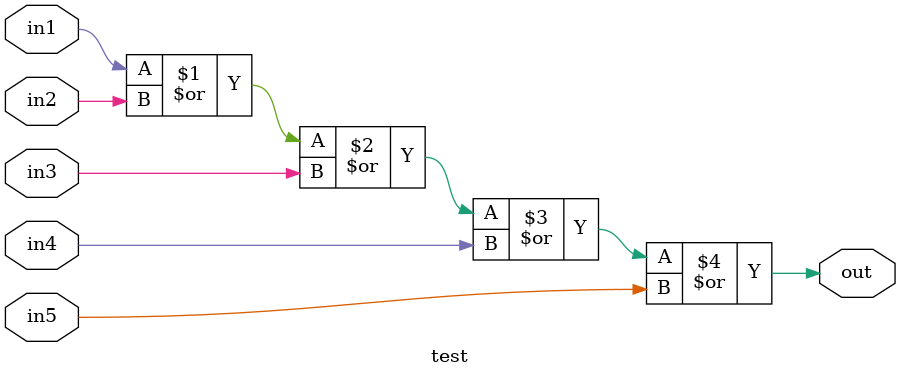
<source format=v>
module test(output out, input in1, in2, in3, in4, in5);
assign out = in1 | in2 | in3 | in4 | in5;
endmodule

</source>
